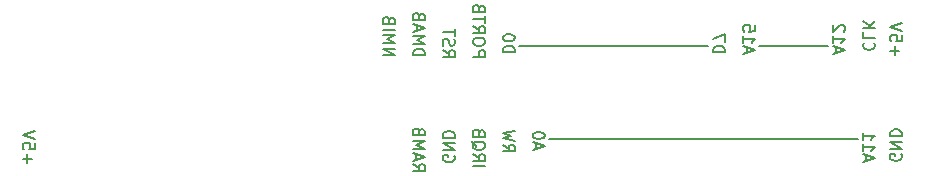
<source format=gbr>
%TF.GenerationSoftware,KiCad,Pcbnew,7.0.3*%
%TF.CreationDate,2023-05-28T21:57:32+08:00*%
%TF.ProjectId,CartdrigeProto,43617274-6472-4696-9765-50726f746f2e,rev?*%
%TF.SameCoordinates,Original*%
%TF.FileFunction,Legend,Bot*%
%TF.FilePolarity,Positive*%
%FSLAX46Y46*%
G04 Gerber Fmt 4.6, Leading zero omitted, Abs format (unit mm)*
G04 Created by KiCad (PCBNEW 7.0.3) date 2023-05-28 21:57:32*
%MOMM*%
%LPD*%
G01*
G04 APERTURE LIST*
%ADD10C,0.150000*%
G04 APERTURE END LIST*
D10*
X148361133Y-77260220D02*
X148361133Y-76498316D01*
X147980180Y-76879268D02*
X148742085Y-76879268D01*
X148980180Y-75545935D02*
X148980180Y-76022125D01*
X148980180Y-76022125D02*
X148503990Y-76069744D01*
X148503990Y-76069744D02*
X148551609Y-76022125D01*
X148551609Y-76022125D02*
X148599228Y-75926887D01*
X148599228Y-75926887D02*
X148599228Y-75688792D01*
X148599228Y-75688792D02*
X148551609Y-75593554D01*
X148551609Y-75593554D02*
X148503990Y-75545935D01*
X148503990Y-75545935D02*
X148408752Y-75498316D01*
X148408752Y-75498316D02*
X148170657Y-75498316D01*
X148170657Y-75498316D02*
X148075419Y-75545935D01*
X148075419Y-75545935D02*
X148027800Y-75593554D01*
X148027800Y-75593554D02*
X147980180Y-75688792D01*
X147980180Y-75688792D02*
X147980180Y-75926887D01*
X147980180Y-75926887D02*
X148027800Y-76022125D01*
X148027800Y-76022125D02*
X148075419Y-76069744D01*
X148980180Y-75212601D02*
X147980180Y-74879268D01*
X147980180Y-74879268D02*
X148980180Y-74545935D01*
X135819895Y-77053839D02*
X135819895Y-76577649D01*
X135534180Y-77149077D02*
X136534180Y-76815744D01*
X136534180Y-76815744D02*
X135534180Y-76482411D01*
X135534180Y-75625268D02*
X135534180Y-76196696D01*
X135534180Y-75910982D02*
X136534180Y-75910982D01*
X136534180Y-75910982D02*
X136391323Y-76006220D01*
X136391323Y-76006220D02*
X136296085Y-76101458D01*
X136296085Y-76101458D02*
X136248466Y-76196696D01*
X136534180Y-74720506D02*
X136534180Y-75196696D01*
X136534180Y-75196696D02*
X136057990Y-75244315D01*
X136057990Y-75244315D02*
X136105609Y-75196696D01*
X136105609Y-75196696D02*
X136153228Y-75101458D01*
X136153228Y-75101458D02*
X136153228Y-74863363D01*
X136153228Y-74863363D02*
X136105609Y-74768125D01*
X136105609Y-74768125D02*
X136057990Y-74720506D01*
X136057990Y-74720506D02*
X135962752Y-74672887D01*
X135962752Y-74672887D02*
X135724657Y-74672887D01*
X135724657Y-74672887D02*
X135629419Y-74720506D01*
X135629419Y-74720506D02*
X135581800Y-74768125D01*
X135581800Y-74768125D02*
X135534180Y-74863363D01*
X135534180Y-74863363D02*
X135534180Y-75101458D01*
X135534180Y-75101458D02*
X135581800Y-75196696D01*
X135581800Y-75196696D02*
X135629419Y-75244315D01*
X115192180Y-77006220D02*
X116192180Y-77006220D01*
X116192180Y-77006220D02*
X116192180Y-76768125D01*
X116192180Y-76768125D02*
X116144561Y-76625268D01*
X116144561Y-76625268D02*
X116049323Y-76530030D01*
X116049323Y-76530030D02*
X115954085Y-76482411D01*
X115954085Y-76482411D02*
X115763609Y-76434792D01*
X115763609Y-76434792D02*
X115620752Y-76434792D01*
X115620752Y-76434792D02*
X115430276Y-76482411D01*
X115430276Y-76482411D02*
X115335038Y-76530030D01*
X115335038Y-76530030D02*
X115239800Y-76625268D01*
X115239800Y-76625268D02*
X115192180Y-76768125D01*
X115192180Y-76768125D02*
X115192180Y-77006220D01*
X116192180Y-75815744D02*
X116192180Y-75720506D01*
X116192180Y-75720506D02*
X116144561Y-75625268D01*
X116144561Y-75625268D02*
X116096942Y-75577649D01*
X116096942Y-75577649D02*
X116001704Y-75530030D01*
X116001704Y-75530030D02*
X115811228Y-75482411D01*
X115811228Y-75482411D02*
X115573133Y-75482411D01*
X115573133Y-75482411D02*
X115382657Y-75530030D01*
X115382657Y-75530030D02*
X115287419Y-75577649D01*
X115287419Y-75577649D02*
X115239800Y-75625268D01*
X115239800Y-75625268D02*
X115192180Y-75720506D01*
X115192180Y-75720506D02*
X115192180Y-75815744D01*
X115192180Y-75815744D02*
X115239800Y-75910982D01*
X115239800Y-75910982D02*
X115287419Y-75958601D01*
X115287419Y-75958601D02*
X115382657Y-76006220D01*
X115382657Y-76006220D02*
X115573133Y-76053839D01*
X115573133Y-76053839D02*
X115811228Y-76053839D01*
X115811228Y-76053839D02*
X116001704Y-76006220D01*
X116001704Y-76006220D02*
X116096942Y-75958601D01*
X116096942Y-75958601D02*
X116144561Y-75910982D01*
X116144561Y-75910982D02*
X116192180Y-75815744D01*
X110112180Y-76815792D02*
X110588371Y-77149125D01*
X110112180Y-77387220D02*
X111112180Y-77387220D01*
X111112180Y-77387220D02*
X111112180Y-77006268D01*
X111112180Y-77006268D02*
X111064561Y-76911030D01*
X111064561Y-76911030D02*
X111016942Y-76863411D01*
X111016942Y-76863411D02*
X110921704Y-76815792D01*
X110921704Y-76815792D02*
X110778847Y-76815792D01*
X110778847Y-76815792D02*
X110683609Y-76863411D01*
X110683609Y-76863411D02*
X110635990Y-76911030D01*
X110635990Y-76911030D02*
X110588371Y-77006268D01*
X110588371Y-77006268D02*
X110588371Y-77387220D01*
X110159800Y-76434839D02*
X110112180Y-76291982D01*
X110112180Y-76291982D02*
X110112180Y-76053887D01*
X110112180Y-76053887D02*
X110159800Y-75958649D01*
X110159800Y-75958649D02*
X110207419Y-75911030D01*
X110207419Y-75911030D02*
X110302657Y-75863411D01*
X110302657Y-75863411D02*
X110397895Y-75863411D01*
X110397895Y-75863411D02*
X110493133Y-75911030D01*
X110493133Y-75911030D02*
X110540752Y-75958649D01*
X110540752Y-75958649D02*
X110588371Y-76053887D01*
X110588371Y-76053887D02*
X110635990Y-76244363D01*
X110635990Y-76244363D02*
X110683609Y-76339601D01*
X110683609Y-76339601D02*
X110731228Y-76387220D01*
X110731228Y-76387220D02*
X110826466Y-76434839D01*
X110826466Y-76434839D02*
X110921704Y-76434839D01*
X110921704Y-76434839D02*
X111016942Y-76387220D01*
X111016942Y-76387220D02*
X111064561Y-76339601D01*
X111064561Y-76339601D02*
X111112180Y-76244363D01*
X111112180Y-76244363D02*
X111112180Y-76006268D01*
X111112180Y-76006268D02*
X111064561Y-75863411D01*
X111112180Y-75577696D02*
X111112180Y-75006268D01*
X110112180Y-75291982D02*
X111112180Y-75291982D01*
X112674180Y-77387220D02*
X113674180Y-77387220D01*
X113674180Y-77387220D02*
X113674180Y-77006268D01*
X113674180Y-77006268D02*
X113626561Y-76911030D01*
X113626561Y-76911030D02*
X113578942Y-76863411D01*
X113578942Y-76863411D02*
X113483704Y-76815792D01*
X113483704Y-76815792D02*
X113340847Y-76815792D01*
X113340847Y-76815792D02*
X113245609Y-76863411D01*
X113245609Y-76863411D02*
X113197990Y-76911030D01*
X113197990Y-76911030D02*
X113150371Y-77006268D01*
X113150371Y-77006268D02*
X113150371Y-77387220D01*
X113674180Y-76196744D02*
X113674180Y-76006268D01*
X113674180Y-76006268D02*
X113626561Y-75911030D01*
X113626561Y-75911030D02*
X113531323Y-75815792D01*
X113531323Y-75815792D02*
X113340847Y-75768173D01*
X113340847Y-75768173D02*
X113007514Y-75768173D01*
X113007514Y-75768173D02*
X112817038Y-75815792D01*
X112817038Y-75815792D02*
X112721800Y-75911030D01*
X112721800Y-75911030D02*
X112674180Y-76006268D01*
X112674180Y-76006268D02*
X112674180Y-76196744D01*
X112674180Y-76196744D02*
X112721800Y-76291982D01*
X112721800Y-76291982D02*
X112817038Y-76387220D01*
X112817038Y-76387220D02*
X113007514Y-76434839D01*
X113007514Y-76434839D02*
X113340847Y-76434839D01*
X113340847Y-76434839D02*
X113531323Y-76387220D01*
X113531323Y-76387220D02*
X113626561Y-76291982D01*
X113626561Y-76291982D02*
X113674180Y-76196744D01*
X112674180Y-74768173D02*
X113150371Y-75101506D01*
X112674180Y-75339601D02*
X113674180Y-75339601D01*
X113674180Y-75339601D02*
X113674180Y-74958649D01*
X113674180Y-74958649D02*
X113626561Y-74863411D01*
X113626561Y-74863411D02*
X113578942Y-74815792D01*
X113578942Y-74815792D02*
X113483704Y-74768173D01*
X113483704Y-74768173D02*
X113340847Y-74768173D01*
X113340847Y-74768173D02*
X113245609Y-74815792D01*
X113245609Y-74815792D02*
X113197990Y-74863411D01*
X113197990Y-74863411D02*
X113150371Y-74958649D01*
X113150371Y-74958649D02*
X113150371Y-75339601D01*
X113674180Y-74482458D02*
X113674180Y-73911030D01*
X112674180Y-74196744D02*
X113674180Y-74196744D01*
X113197990Y-73244363D02*
X113150371Y-73101506D01*
X113150371Y-73101506D02*
X113102752Y-73053887D01*
X113102752Y-73053887D02*
X113007514Y-73006268D01*
X113007514Y-73006268D02*
X112864657Y-73006268D01*
X112864657Y-73006268D02*
X112769419Y-73053887D01*
X112769419Y-73053887D02*
X112721800Y-73101506D01*
X112721800Y-73101506D02*
X112674180Y-73196744D01*
X112674180Y-73196744D02*
X112674180Y-73577696D01*
X112674180Y-73577696D02*
X113674180Y-73577696D01*
X113674180Y-73577696D02*
X113674180Y-73244363D01*
X113674180Y-73244363D02*
X113626561Y-73149125D01*
X113626561Y-73149125D02*
X113578942Y-73101506D01*
X113578942Y-73101506D02*
X113483704Y-73053887D01*
X113483704Y-73053887D02*
X113388466Y-73053887D01*
X113388466Y-73053887D02*
X113293228Y-73101506D01*
X113293228Y-73101506D02*
X113245609Y-73149125D01*
X113245609Y-73149125D02*
X113197990Y-73244363D01*
X113197990Y-73244363D02*
X113197990Y-73577696D01*
X74933133Y-86404220D02*
X74933133Y-85642316D01*
X74552180Y-86023268D02*
X75314085Y-86023268D01*
X75552180Y-84689935D02*
X75552180Y-85166125D01*
X75552180Y-85166125D02*
X75075990Y-85213744D01*
X75075990Y-85213744D02*
X75123609Y-85166125D01*
X75123609Y-85166125D02*
X75171228Y-85070887D01*
X75171228Y-85070887D02*
X75171228Y-84832792D01*
X75171228Y-84832792D02*
X75123609Y-84737554D01*
X75123609Y-84737554D02*
X75075990Y-84689935D01*
X75075990Y-84689935D02*
X74980752Y-84642316D01*
X74980752Y-84642316D02*
X74742657Y-84642316D01*
X74742657Y-84642316D02*
X74647419Y-84689935D01*
X74647419Y-84689935D02*
X74599800Y-84737554D01*
X74599800Y-84737554D02*
X74552180Y-84832792D01*
X74552180Y-84832792D02*
X74552180Y-85070887D01*
X74552180Y-85070887D02*
X74599800Y-85166125D01*
X74599800Y-85166125D02*
X74647419Y-85213744D01*
X75552180Y-84356601D02*
X74552180Y-84023268D01*
X74552180Y-84023268D02*
X75552180Y-83689935D01*
X145789419Y-76180792D02*
X145741800Y-76228411D01*
X145741800Y-76228411D02*
X145694180Y-76371268D01*
X145694180Y-76371268D02*
X145694180Y-76466506D01*
X145694180Y-76466506D02*
X145741800Y-76609363D01*
X145741800Y-76609363D02*
X145837038Y-76704601D01*
X145837038Y-76704601D02*
X145932276Y-76752220D01*
X145932276Y-76752220D02*
X146122752Y-76799839D01*
X146122752Y-76799839D02*
X146265609Y-76799839D01*
X146265609Y-76799839D02*
X146456085Y-76752220D01*
X146456085Y-76752220D02*
X146551323Y-76704601D01*
X146551323Y-76704601D02*
X146646561Y-76609363D01*
X146646561Y-76609363D02*
X146694180Y-76466506D01*
X146694180Y-76466506D02*
X146694180Y-76371268D01*
X146694180Y-76371268D02*
X146646561Y-76228411D01*
X146646561Y-76228411D02*
X146598942Y-76180792D01*
X145694180Y-75276030D02*
X145694180Y-75752220D01*
X145694180Y-75752220D02*
X146694180Y-75752220D01*
X145694180Y-74942696D02*
X146694180Y-74942696D01*
X145694180Y-74371268D02*
X146265609Y-74799839D01*
X146694180Y-74371268D02*
X146122752Y-74942696D01*
X132994180Y-77006220D02*
X133994180Y-77006220D01*
X133994180Y-77006220D02*
X133994180Y-76768125D01*
X133994180Y-76768125D02*
X133946561Y-76625268D01*
X133946561Y-76625268D02*
X133851323Y-76530030D01*
X133851323Y-76530030D02*
X133756085Y-76482411D01*
X133756085Y-76482411D02*
X133565609Y-76434792D01*
X133565609Y-76434792D02*
X133422752Y-76434792D01*
X133422752Y-76434792D02*
X133232276Y-76482411D01*
X133232276Y-76482411D02*
X133137038Y-76530030D01*
X133137038Y-76530030D02*
X133041800Y-76625268D01*
X133041800Y-76625268D02*
X132994180Y-76768125D01*
X132994180Y-76768125D02*
X132994180Y-77006220D01*
X133994180Y-76101458D02*
X133994180Y-75434792D01*
X133994180Y-75434792D02*
X132994180Y-75863363D01*
X118017895Y-85181839D02*
X118017895Y-84705649D01*
X117732180Y-85277077D02*
X118732180Y-84943744D01*
X118732180Y-84943744D02*
X117732180Y-84610411D01*
X118732180Y-84086601D02*
X118732180Y-83991363D01*
X118732180Y-83991363D02*
X118684561Y-83896125D01*
X118684561Y-83896125D02*
X118636942Y-83848506D01*
X118636942Y-83848506D02*
X118541704Y-83800887D01*
X118541704Y-83800887D02*
X118351228Y-83753268D01*
X118351228Y-83753268D02*
X118113133Y-83753268D01*
X118113133Y-83753268D02*
X117922657Y-83800887D01*
X117922657Y-83800887D02*
X117827419Y-83848506D01*
X117827419Y-83848506D02*
X117779800Y-83896125D01*
X117779800Y-83896125D02*
X117732180Y-83991363D01*
X117732180Y-83991363D02*
X117732180Y-84086601D01*
X117732180Y-84086601D02*
X117779800Y-84181839D01*
X117779800Y-84181839D02*
X117827419Y-84229458D01*
X117827419Y-84229458D02*
X117922657Y-84277077D01*
X117922657Y-84277077D02*
X118113133Y-84324696D01*
X118113133Y-84324696D02*
X118351228Y-84324696D01*
X118351228Y-84324696D02*
X118541704Y-84277077D01*
X118541704Y-84277077D02*
X118636942Y-84229458D01*
X118636942Y-84229458D02*
X118684561Y-84181839D01*
X118684561Y-84181839D02*
X118732180Y-84086601D01*
X143417895Y-77053839D02*
X143417895Y-76577649D01*
X143132180Y-77149077D02*
X144132180Y-76815744D01*
X144132180Y-76815744D02*
X143132180Y-76482411D01*
X143132180Y-75625268D02*
X143132180Y-76196696D01*
X143132180Y-75910982D02*
X144132180Y-75910982D01*
X144132180Y-75910982D02*
X143989323Y-76006220D01*
X143989323Y-76006220D02*
X143894085Y-76101458D01*
X143894085Y-76101458D02*
X143846466Y-76196696D01*
X144036942Y-75244315D02*
X144084561Y-75196696D01*
X144084561Y-75196696D02*
X144132180Y-75101458D01*
X144132180Y-75101458D02*
X144132180Y-74863363D01*
X144132180Y-74863363D02*
X144084561Y-74768125D01*
X144084561Y-74768125D02*
X144036942Y-74720506D01*
X144036942Y-74720506D02*
X143941704Y-74672887D01*
X143941704Y-74672887D02*
X143846466Y-74672887D01*
X143846466Y-74672887D02*
X143703609Y-74720506D01*
X143703609Y-74720506D02*
X143132180Y-75291934D01*
X143132180Y-75291934D02*
X143132180Y-74672887D01*
X112652180Y-86658220D02*
X113652180Y-86658220D01*
X112652180Y-85610602D02*
X113128371Y-85943935D01*
X112652180Y-86182030D02*
X113652180Y-86182030D01*
X113652180Y-86182030D02*
X113652180Y-85801078D01*
X113652180Y-85801078D02*
X113604561Y-85705840D01*
X113604561Y-85705840D02*
X113556942Y-85658221D01*
X113556942Y-85658221D02*
X113461704Y-85610602D01*
X113461704Y-85610602D02*
X113318847Y-85610602D01*
X113318847Y-85610602D02*
X113223609Y-85658221D01*
X113223609Y-85658221D02*
X113175990Y-85705840D01*
X113175990Y-85705840D02*
X113128371Y-85801078D01*
X113128371Y-85801078D02*
X113128371Y-86182030D01*
X112556942Y-84515364D02*
X112604561Y-84610602D01*
X112604561Y-84610602D02*
X112699800Y-84705840D01*
X112699800Y-84705840D02*
X112842657Y-84848697D01*
X112842657Y-84848697D02*
X112890276Y-84943935D01*
X112890276Y-84943935D02*
X112890276Y-85039173D01*
X112652180Y-84991554D02*
X112699800Y-85086792D01*
X112699800Y-85086792D02*
X112795038Y-85182030D01*
X112795038Y-85182030D02*
X112985514Y-85229649D01*
X112985514Y-85229649D02*
X113318847Y-85229649D01*
X113318847Y-85229649D02*
X113509323Y-85182030D01*
X113509323Y-85182030D02*
X113604561Y-85086792D01*
X113604561Y-85086792D02*
X113652180Y-84991554D01*
X113652180Y-84991554D02*
X113652180Y-84801078D01*
X113652180Y-84801078D02*
X113604561Y-84705840D01*
X113604561Y-84705840D02*
X113509323Y-84610602D01*
X113509323Y-84610602D02*
X113318847Y-84562983D01*
X113318847Y-84562983D02*
X112985514Y-84562983D01*
X112985514Y-84562983D02*
X112795038Y-84610602D01*
X112795038Y-84610602D02*
X112699800Y-84705840D01*
X112699800Y-84705840D02*
X112652180Y-84801078D01*
X112652180Y-84801078D02*
X112652180Y-84991554D01*
X113175990Y-83801078D02*
X113128371Y-83658221D01*
X113128371Y-83658221D02*
X113080752Y-83610602D01*
X113080752Y-83610602D02*
X112985514Y-83562983D01*
X112985514Y-83562983D02*
X112842657Y-83562983D01*
X112842657Y-83562983D02*
X112747419Y-83610602D01*
X112747419Y-83610602D02*
X112699800Y-83658221D01*
X112699800Y-83658221D02*
X112652180Y-83753459D01*
X112652180Y-83753459D02*
X112652180Y-84134411D01*
X112652180Y-84134411D02*
X113652180Y-84134411D01*
X113652180Y-84134411D02*
X113652180Y-83801078D01*
X113652180Y-83801078D02*
X113604561Y-83705840D01*
X113604561Y-83705840D02*
X113556942Y-83658221D01*
X113556942Y-83658221D02*
X113461704Y-83610602D01*
X113461704Y-83610602D02*
X113366466Y-83610602D01*
X113366466Y-83610602D02*
X113271228Y-83658221D01*
X113271228Y-83658221D02*
X113223609Y-83705840D01*
X113223609Y-83705840D02*
X113175990Y-83801078D01*
X113175990Y-83801078D02*
X113175990Y-84134411D01*
X107594180Y-77260220D02*
X108594180Y-77260220D01*
X108594180Y-77260220D02*
X108594180Y-77022125D01*
X108594180Y-77022125D02*
X108546561Y-76879268D01*
X108546561Y-76879268D02*
X108451323Y-76784030D01*
X108451323Y-76784030D02*
X108356085Y-76736411D01*
X108356085Y-76736411D02*
X108165609Y-76688792D01*
X108165609Y-76688792D02*
X108022752Y-76688792D01*
X108022752Y-76688792D02*
X107832276Y-76736411D01*
X107832276Y-76736411D02*
X107737038Y-76784030D01*
X107737038Y-76784030D02*
X107641800Y-76879268D01*
X107641800Y-76879268D02*
X107594180Y-77022125D01*
X107594180Y-77022125D02*
X107594180Y-77260220D01*
X107594180Y-76260220D02*
X108594180Y-76260220D01*
X108594180Y-76260220D02*
X107879895Y-75926887D01*
X107879895Y-75926887D02*
X108594180Y-75593554D01*
X108594180Y-75593554D02*
X107594180Y-75593554D01*
X107879895Y-75164982D02*
X107879895Y-74688792D01*
X107594180Y-75260220D02*
X108594180Y-74926887D01*
X108594180Y-74926887D02*
X107594180Y-74593554D01*
X108117990Y-73926887D02*
X108070371Y-73784030D01*
X108070371Y-73784030D02*
X108022752Y-73736411D01*
X108022752Y-73736411D02*
X107927514Y-73688792D01*
X107927514Y-73688792D02*
X107784657Y-73688792D01*
X107784657Y-73688792D02*
X107689419Y-73736411D01*
X107689419Y-73736411D02*
X107641800Y-73784030D01*
X107641800Y-73784030D02*
X107594180Y-73879268D01*
X107594180Y-73879268D02*
X107594180Y-74260220D01*
X107594180Y-74260220D02*
X108594180Y-74260220D01*
X108594180Y-74260220D02*
X108594180Y-73926887D01*
X108594180Y-73926887D02*
X108546561Y-73831649D01*
X108546561Y-73831649D02*
X108498942Y-73784030D01*
X108498942Y-73784030D02*
X108403704Y-73736411D01*
X108403704Y-73736411D02*
X108308466Y-73736411D01*
X108308466Y-73736411D02*
X108213228Y-73784030D01*
X108213228Y-73784030D02*
X108165609Y-73831649D01*
X108165609Y-73831649D02*
X108117990Y-73926887D01*
X108117990Y-73926887D02*
X108117990Y-74260220D01*
X105054180Y-77260220D02*
X106054180Y-77260220D01*
X106054180Y-77260220D02*
X105054180Y-76688792D01*
X105054180Y-76688792D02*
X106054180Y-76688792D01*
X105054180Y-76212601D02*
X106054180Y-76212601D01*
X106054180Y-76212601D02*
X105339895Y-75879268D01*
X105339895Y-75879268D02*
X106054180Y-75545935D01*
X106054180Y-75545935D02*
X105054180Y-75545935D01*
X105054180Y-75069744D02*
X106054180Y-75069744D01*
X105577990Y-74260221D02*
X105530371Y-74117364D01*
X105530371Y-74117364D02*
X105482752Y-74069745D01*
X105482752Y-74069745D02*
X105387514Y-74022126D01*
X105387514Y-74022126D02*
X105244657Y-74022126D01*
X105244657Y-74022126D02*
X105149419Y-74069745D01*
X105149419Y-74069745D02*
X105101800Y-74117364D01*
X105101800Y-74117364D02*
X105054180Y-74212602D01*
X105054180Y-74212602D02*
X105054180Y-74593554D01*
X105054180Y-74593554D02*
X106054180Y-74593554D01*
X106054180Y-74593554D02*
X106054180Y-74260221D01*
X106054180Y-74260221D02*
X106006561Y-74164983D01*
X106006561Y-74164983D02*
X105958942Y-74117364D01*
X105958942Y-74117364D02*
X105863704Y-74069745D01*
X105863704Y-74069745D02*
X105768466Y-74069745D01*
X105768466Y-74069745D02*
X105673228Y-74117364D01*
X105673228Y-74117364D02*
X105625609Y-74164983D01*
X105625609Y-74164983D02*
X105577990Y-74260221D01*
X105577990Y-74260221D02*
X105577990Y-74593554D01*
X111064561Y-85753411D02*
X111112180Y-85848649D01*
X111112180Y-85848649D02*
X111112180Y-85991506D01*
X111112180Y-85991506D02*
X111064561Y-86134363D01*
X111064561Y-86134363D02*
X110969323Y-86229601D01*
X110969323Y-86229601D02*
X110874085Y-86277220D01*
X110874085Y-86277220D02*
X110683609Y-86324839D01*
X110683609Y-86324839D02*
X110540752Y-86324839D01*
X110540752Y-86324839D02*
X110350276Y-86277220D01*
X110350276Y-86277220D02*
X110255038Y-86229601D01*
X110255038Y-86229601D02*
X110159800Y-86134363D01*
X110159800Y-86134363D02*
X110112180Y-85991506D01*
X110112180Y-85991506D02*
X110112180Y-85896268D01*
X110112180Y-85896268D02*
X110159800Y-85753411D01*
X110159800Y-85753411D02*
X110207419Y-85705792D01*
X110207419Y-85705792D02*
X110540752Y-85705792D01*
X110540752Y-85705792D02*
X110540752Y-85896268D01*
X110112180Y-85277220D02*
X111112180Y-85277220D01*
X111112180Y-85277220D02*
X110112180Y-84705792D01*
X110112180Y-84705792D02*
X111112180Y-84705792D01*
X110112180Y-84229601D02*
X111112180Y-84229601D01*
X111112180Y-84229601D02*
X111112180Y-83991506D01*
X111112180Y-83991506D02*
X111064561Y-83848649D01*
X111064561Y-83848649D02*
X110969323Y-83753411D01*
X110969323Y-83753411D02*
X110874085Y-83705792D01*
X110874085Y-83705792D02*
X110683609Y-83658173D01*
X110683609Y-83658173D02*
X110540752Y-83658173D01*
X110540752Y-83658173D02*
X110350276Y-83705792D01*
X110350276Y-83705792D02*
X110255038Y-83753411D01*
X110255038Y-83753411D02*
X110159800Y-83848649D01*
X110159800Y-83848649D02*
X110112180Y-83991506D01*
X110112180Y-83991506D02*
X110112180Y-84229601D01*
X107572180Y-86467792D02*
X108048371Y-86801125D01*
X107572180Y-87039220D02*
X108572180Y-87039220D01*
X108572180Y-87039220D02*
X108572180Y-86658268D01*
X108572180Y-86658268D02*
X108524561Y-86563030D01*
X108524561Y-86563030D02*
X108476942Y-86515411D01*
X108476942Y-86515411D02*
X108381704Y-86467792D01*
X108381704Y-86467792D02*
X108238847Y-86467792D01*
X108238847Y-86467792D02*
X108143609Y-86515411D01*
X108143609Y-86515411D02*
X108095990Y-86563030D01*
X108095990Y-86563030D02*
X108048371Y-86658268D01*
X108048371Y-86658268D02*
X108048371Y-87039220D01*
X107857895Y-86086839D02*
X107857895Y-85610649D01*
X107572180Y-86182077D02*
X108572180Y-85848744D01*
X108572180Y-85848744D02*
X107572180Y-85515411D01*
X107572180Y-85182077D02*
X108572180Y-85182077D01*
X108572180Y-85182077D02*
X107857895Y-84848744D01*
X107857895Y-84848744D02*
X108572180Y-84515411D01*
X108572180Y-84515411D02*
X107572180Y-84515411D01*
X108095990Y-83705887D02*
X108048371Y-83563030D01*
X108048371Y-83563030D02*
X108000752Y-83515411D01*
X108000752Y-83515411D02*
X107905514Y-83467792D01*
X107905514Y-83467792D02*
X107762657Y-83467792D01*
X107762657Y-83467792D02*
X107667419Y-83515411D01*
X107667419Y-83515411D02*
X107619800Y-83563030D01*
X107619800Y-83563030D02*
X107572180Y-83658268D01*
X107572180Y-83658268D02*
X107572180Y-84039220D01*
X107572180Y-84039220D02*
X108572180Y-84039220D01*
X108572180Y-84039220D02*
X108572180Y-83705887D01*
X108572180Y-83705887D02*
X108524561Y-83610649D01*
X108524561Y-83610649D02*
X108476942Y-83563030D01*
X108476942Y-83563030D02*
X108381704Y-83515411D01*
X108381704Y-83515411D02*
X108286466Y-83515411D01*
X108286466Y-83515411D02*
X108191228Y-83563030D01*
X108191228Y-83563030D02*
X108143609Y-83610649D01*
X108143609Y-83610649D02*
X108095990Y-83705887D01*
X108095990Y-83705887D02*
X108095990Y-84039220D01*
X148910561Y-85626411D02*
X148958180Y-85721649D01*
X148958180Y-85721649D02*
X148958180Y-85864506D01*
X148958180Y-85864506D02*
X148910561Y-86007363D01*
X148910561Y-86007363D02*
X148815323Y-86102601D01*
X148815323Y-86102601D02*
X148720085Y-86150220D01*
X148720085Y-86150220D02*
X148529609Y-86197839D01*
X148529609Y-86197839D02*
X148386752Y-86197839D01*
X148386752Y-86197839D02*
X148196276Y-86150220D01*
X148196276Y-86150220D02*
X148101038Y-86102601D01*
X148101038Y-86102601D02*
X148005800Y-86007363D01*
X148005800Y-86007363D02*
X147958180Y-85864506D01*
X147958180Y-85864506D02*
X147958180Y-85769268D01*
X147958180Y-85769268D02*
X148005800Y-85626411D01*
X148005800Y-85626411D02*
X148053419Y-85578792D01*
X148053419Y-85578792D02*
X148386752Y-85578792D01*
X148386752Y-85578792D02*
X148386752Y-85769268D01*
X147958180Y-85150220D02*
X148958180Y-85150220D01*
X148958180Y-85150220D02*
X147958180Y-84578792D01*
X147958180Y-84578792D02*
X148958180Y-84578792D01*
X147958180Y-84102601D02*
X148958180Y-84102601D01*
X148958180Y-84102601D02*
X148958180Y-83864506D01*
X148958180Y-83864506D02*
X148910561Y-83721649D01*
X148910561Y-83721649D02*
X148815323Y-83626411D01*
X148815323Y-83626411D02*
X148720085Y-83578792D01*
X148720085Y-83578792D02*
X148529609Y-83531173D01*
X148529609Y-83531173D02*
X148386752Y-83531173D01*
X148386752Y-83531173D02*
X148196276Y-83578792D01*
X148196276Y-83578792D02*
X148101038Y-83626411D01*
X148101038Y-83626411D02*
X148005800Y-83721649D01*
X148005800Y-83721649D02*
X147958180Y-83864506D01*
X147958180Y-83864506D02*
X147958180Y-84102601D01*
X115192180Y-84816792D02*
X115668371Y-85150125D01*
X115192180Y-85388220D02*
X116192180Y-85388220D01*
X116192180Y-85388220D02*
X116192180Y-85007268D01*
X116192180Y-85007268D02*
X116144561Y-84912030D01*
X116144561Y-84912030D02*
X116096942Y-84864411D01*
X116096942Y-84864411D02*
X116001704Y-84816792D01*
X116001704Y-84816792D02*
X115858847Y-84816792D01*
X115858847Y-84816792D02*
X115763609Y-84864411D01*
X115763609Y-84864411D02*
X115715990Y-84912030D01*
X115715990Y-84912030D02*
X115668371Y-85007268D01*
X115668371Y-85007268D02*
X115668371Y-85388220D01*
X116192180Y-84483458D02*
X115192180Y-84245363D01*
X115192180Y-84245363D02*
X115906466Y-84054887D01*
X115906466Y-84054887D02*
X115192180Y-83864411D01*
X115192180Y-83864411D02*
X116192180Y-83626316D01*
X145957895Y-86197839D02*
X145957895Y-85721649D01*
X145672180Y-86293077D02*
X146672180Y-85959744D01*
X146672180Y-85959744D02*
X145672180Y-85626411D01*
X145672180Y-84769268D02*
X145672180Y-85340696D01*
X145672180Y-85054982D02*
X146672180Y-85054982D01*
X146672180Y-85054982D02*
X146529323Y-85150220D01*
X146529323Y-85150220D02*
X146434085Y-85245458D01*
X146434085Y-85245458D02*
X146386466Y-85340696D01*
X145672180Y-83816887D02*
X145672180Y-84388315D01*
X145672180Y-84102601D02*
X146672180Y-84102601D01*
X146672180Y-84102601D02*
X146529323Y-84197839D01*
X146529323Y-84197839D02*
X146434085Y-84293077D01*
X146434085Y-84293077D02*
X146386466Y-84388315D01*
X116586000Y-76454000D02*
X132588000Y-76454000D01*
X136906000Y-76454000D02*
X142748000Y-76454000D01*
X145288000Y-84328000D02*
X119126000Y-84328000D01*
M02*

</source>
